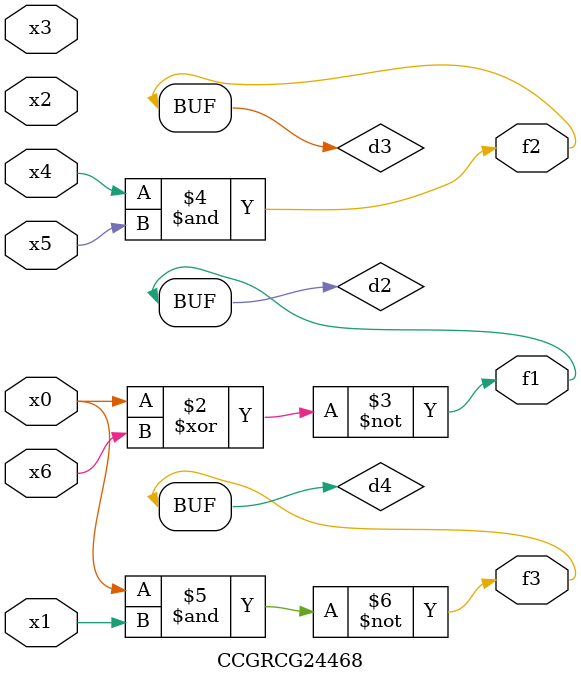
<source format=v>
module CCGRCG24468(
	input x0, x1, x2, x3, x4, x5, x6,
	output f1, f2, f3
);

	wire d1, d2, d3, d4;

	nor (d1, x0);
	xnor (d2, x0, x6);
	and (d3, x4, x5);
	nand (d4, x0, x1);
	assign f1 = d2;
	assign f2 = d3;
	assign f3 = d4;
endmodule

</source>
